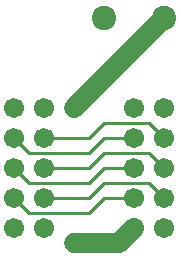
<source format=gbl>
%MOIN*%
%FSLAX25Y25*%
G04 D10 used for Character Trace; *
G04     Circle (OD=.01000) (No hole)*
G04 D11 used for Power Trace; *
G04     Circle (OD=.06500) (No hole)*
G04 D12 used for Signal Trace; *
G04     Circle (OD=.01100) (No hole)*
G04 D13 used for Via; *
G04     Circle (OD=.05800) (Round. Hole ID=.02800)*
G04 D14 used for Component hole; *
G04     Circle (OD=.06500) (Round. Hole ID=.03500)*
G04 D15 used for Component hole; *
G04     Circle (OD=.06700) (Round. Hole ID=.04300)*
G04 D16 used for Component hole; *
G04     Circle (OD=.08100) (Round. Hole ID=.05100)*
G04 D17 used for Component hole; *
G04     Circle (OD=.08900) (Round. Hole ID=.05900)*
G04 D18 used for Component hole; *
G04     Circle (OD=.11300) (Round. Hole ID=.08300)*
G04 D19 used for Component hole; *
G04     Circle (OD=.16000) (Round. Hole ID=.13000)*
G04 D20 used for Component hole; *
G04     Circle (OD=.18300) (Round. Hole ID=.15300)*
G04 D21 used for Component hole; *
G04     Circle (OD=.22291) (Round. Hole ID=.19291)*
%ADD10C,.01000*%
%ADD11C,.06500*%
%ADD12C,.01100*%
%ADD13C,.05800*%
%ADD14C,.06500*%
%ADD15C,.06700*%
%ADD16C,.08100*%
%ADD17C,.08900*%
%ADD18C,.11300*%
%ADD19C,.16000*%
%ADD20C,.18300*%
%ADD21C,.22291*%
%IPPOS*%
%LPD*%
G90*X0Y0D02*D15*X10000Y15000D03*D12*              
X15000Y20000D02*X35000D01*X40000Y25000D01*        
X50000D01*D15*D03*D12*X60000D02*X55000Y30000D01*  
D15*X60000Y25000D03*D12*X40000Y30000D02*X55000D01*
X35000Y25000D02*X40000Y30000D01*X20000Y25000D02*  
X35000D01*D15*X20000D03*D12*X15000Y30000D02*      
X35000D01*X40000Y35000D01*X50000D01*D15*D03*D12*  
X60000D02*X55000Y40000D01*D15*X60000Y35000D03*D12*
X40000Y40000D02*X55000D01*X35000Y35000D02*        
X40000Y40000D01*X20000Y35000D02*X35000D01*D15*    
X20000D03*D12*X15000Y40000D02*X35000D01*          
X40000Y45000D01*X50000D01*D15*D03*D12*X60000D02*  
X55000Y50000D01*D15*X60000Y45000D03*D12*          
X40000Y50000D02*X55000D01*X35000Y45000D02*        
X40000Y50000D01*X20000Y45000D02*X35000D01*D15*    
X20000D03*D12*X15000Y40000D02*X10000Y45000D01*D15*
D03*X20000Y55000D03*X10000D03*Y35000D03*D12*      
X15000Y30000D01*D15*X10000Y25000D03*D12*          
X15000Y20000D01*D15*X20000Y15000D03*D13*          
X30000Y10000D03*D11*X45000D01*X50000Y15000D01*D15*
D03*X60000D03*Y55000D03*X50000D03*D13*X30000D03*  
D11*X60000Y85000D01*D16*D03*X40000D03*M02*        

</source>
